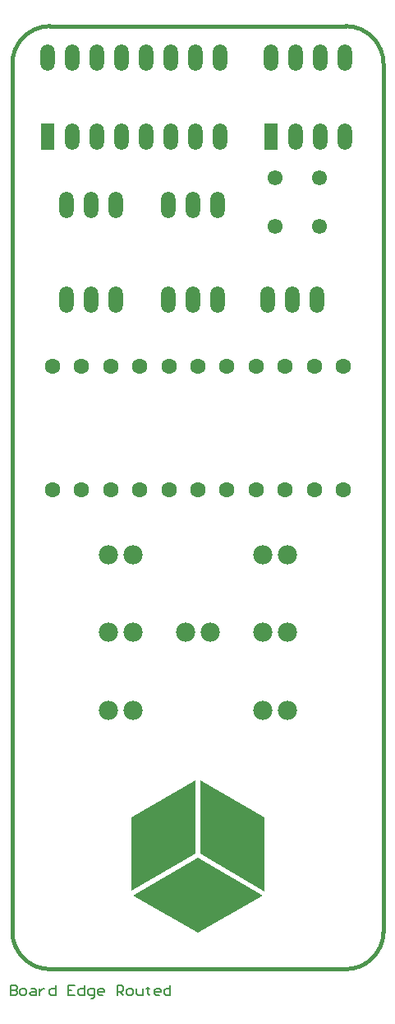
<source format=gts>
%FSLAX25Y25*%
%MOIN*%
G70*
G01*
G75*
G04 Layer_Color=8388736*
%ADD10C,0.06000*%
%ADD11C,0.01575*%
%ADD12C,0.00787*%
%ADD13C,0.05315*%
%ADD14C,0.05512*%
%ADD15O,0.05000X0.10000*%
%ADD16R,0.05000X0.10000*%
%ADD17C,0.07000*%
%ADD18R,0.25590X0.25590*%
%ADD19C,0.39370*%
%ADD20C,0.01969*%
%ADD21C,0.00984*%
%ADD22C,0.01000*%
%ADD23C,0.00100*%
%ADD24C,0.00090*%
%ADD25C,0.00670*%
%ADD26C,0.00750*%
%ADD27C,0.06800*%
%ADD28C,0.06115*%
%ADD29C,0.06312*%
%ADD30O,0.05800X0.10800*%
%ADD31R,0.05800X0.10800*%
%ADD32C,0.07800*%
G36*
X102299Y30701D02*
X76118Y15642D01*
X49937Y30701D01*
X76118Y45859D01*
X102299Y30701D01*
D02*
G37*
G36*
X103185Y62099D02*
Y32374D01*
X77103Y47433D01*
Y77158D01*
X103185Y62099D01*
D02*
G37*
G36*
X75134Y47532D02*
X49051Y32473D01*
Y62099D01*
X75134Y77158D01*
Y47532D01*
D02*
G37*
D11*
X136158Y787D02*
G03*
X151469Y16034I0J15311D01*
G01*
X788Y16037D02*
G03*
X16077Y787I15311J61D01*
G01*
X151469Y367351D02*
G03*
X136158Y382662I-15311J0D01*
G01*
X16101Y382661D02*
G03*
X789Y367350I0J-15311D01*
G01*
X16077Y787D02*
X136158Y787D01*
X788Y16037D02*
X789Y367350D01*
X16101Y382661D02*
X136158Y382662D01*
X151469Y16034D02*
X151469Y367351D01*
D12*
X0Y-5907D02*
Y-9843D01*
X1968D01*
X2624Y-9187D01*
Y-8531D01*
X1968Y-7875D01*
X0D01*
X1968D01*
X2624Y-7219D01*
Y-6563D01*
X1968Y-5907D01*
X0D01*
X4592Y-9843D02*
X5904D01*
X6560Y-9187D01*
Y-7875D01*
X5904Y-7219D01*
X4592D01*
X3936Y-7875D01*
Y-9187D01*
X4592Y-9843D01*
X8527Y-7219D02*
X9839D01*
X10495Y-7875D01*
Y-9843D01*
X8527D01*
X7871Y-9187D01*
X8527Y-8531D01*
X10495D01*
X11807Y-7219D02*
Y-9843D01*
Y-8531D01*
X12463Y-7875D01*
X13119Y-7219D01*
X13775D01*
X18367Y-5907D02*
Y-9843D01*
X16399D01*
X15743Y-9187D01*
Y-7875D01*
X16399Y-7219D01*
X18367D01*
X26238Y-5907D02*
X23614D01*
Y-9843D01*
X26238D01*
X23614Y-7875D02*
X24926D01*
X30174Y-5907D02*
Y-9843D01*
X28206D01*
X27550Y-9187D01*
Y-7875D01*
X28206Y-7219D01*
X30174D01*
X32798Y-11154D02*
X33454D01*
X34110Y-10498D01*
Y-7219D01*
X32142D01*
X31486Y-7875D01*
Y-9187D01*
X32142Y-9843D01*
X34110D01*
X37389D02*
X36078D01*
X35422Y-9187D01*
Y-7875D01*
X36078Y-7219D01*
X37389D01*
X38045Y-7875D01*
Y-8531D01*
X35422D01*
X43293Y-9843D02*
Y-5907D01*
X45261D01*
X45917Y-6563D01*
Y-7875D01*
X45261Y-8531D01*
X43293D01*
X44605D02*
X45917Y-9843D01*
X47885D02*
X49197D01*
X49853Y-9187D01*
Y-7875D01*
X49197Y-7219D01*
X47885D01*
X47229Y-7875D01*
Y-9187D01*
X47885Y-9843D01*
X51165Y-7219D02*
Y-9187D01*
X51821Y-9843D01*
X53788D01*
Y-7219D01*
X55756Y-6563D02*
Y-7219D01*
X55100D01*
X56412D01*
X55756D01*
Y-9187D01*
X56412Y-9843D01*
X60348D02*
X59036D01*
X58380Y-9187D01*
Y-7875D01*
X59036Y-7219D01*
X60348D01*
X61004Y-7875D01*
Y-8531D01*
X58380D01*
X64940Y-5907D02*
Y-9843D01*
X62972D01*
X62316Y-9187D01*
Y-7875D01*
X62972Y-7219D01*
X64940D01*
D27*
X81729Y68989D02*
D03*
X76807Y38280D02*
D03*
X70607Y68989D02*
D03*
D28*
X125331Y321351D02*
D03*
Y301666D02*
D03*
X107615Y321351D02*
D03*
Y301666D02*
D03*
D29*
X123363Y194776D02*
D03*
Y244776D02*
D03*
X135174Y244776D02*
D03*
Y194776D02*
D03*
X111551Y244776D02*
D03*
Y194776D02*
D03*
X17063Y244776D02*
D03*
Y194776D02*
D03*
X76118Y194776D02*
D03*
Y244776D02*
D03*
X28874Y194776D02*
D03*
Y244776D02*
D03*
X87929Y194776D02*
D03*
Y244776D02*
D03*
X40685Y194776D02*
D03*
Y244776D02*
D03*
X99740Y194776D02*
D03*
Y244776D02*
D03*
X64307Y194776D02*
D03*
Y244776D02*
D03*
X52496Y194776D02*
D03*
Y244776D02*
D03*
D30*
X64150Y310327D02*
D03*
X74150D02*
D03*
X84150D02*
D03*
X135646Y369886D02*
D03*
X125646D02*
D03*
X115646D02*
D03*
X105646D02*
D03*
X135646Y337886D02*
D03*
X125646D02*
D03*
X115646D02*
D03*
X22811Y310327D02*
D03*
X32811D02*
D03*
X42811D02*
D03*
X124504Y271941D02*
D03*
X114504D02*
D03*
X104504D02*
D03*
X84150D02*
D03*
X74150D02*
D03*
X64150D02*
D03*
X42811D02*
D03*
X32811D02*
D03*
X22811D02*
D03*
X85095Y369886D02*
D03*
X75095D02*
D03*
X65095D02*
D03*
X55095D02*
D03*
X45095D02*
D03*
X35095D02*
D03*
X25095D02*
D03*
X15095D02*
D03*
X85095Y337886D02*
D03*
X75095D02*
D03*
X65095D02*
D03*
X55095D02*
D03*
X45095D02*
D03*
X35095D02*
D03*
X25095D02*
D03*
D31*
X105646Y337886D02*
D03*
X15095Y337886D02*
D03*
D32*
X49622Y168595D02*
D03*
X39622D02*
D03*
X112615D02*
D03*
X102614D02*
D03*
X49622Y137099D02*
D03*
X39622D02*
D03*
X81118D02*
D03*
X71118D02*
D03*
X112615D02*
D03*
X102614D02*
D03*
X49622Y105603D02*
D03*
X39622D02*
D03*
X112615D02*
D03*
X102614D02*
D03*
M02*

</source>
